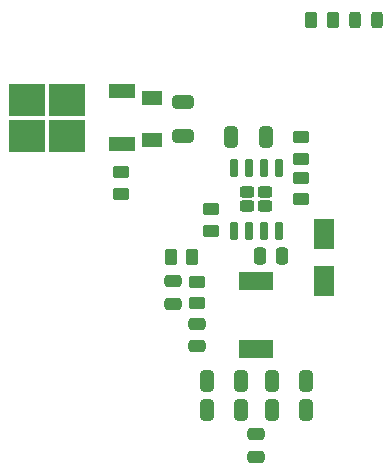
<source format=gtp>
%TF.GenerationSoftware,KiCad,Pcbnew,(6.0.5)*%
%TF.CreationDate,2025-05-25T15:44:49+02:00*%
%TF.ProjectId,HT1015A_Dev,48543130-3135-4415-9f44-65762e6b6963,rev?*%
%TF.SameCoordinates,Original*%
%TF.FileFunction,Paste,Top*%
%TF.FilePolarity,Positive*%
%FSLAX46Y46*%
G04 Gerber Fmt 4.6, Leading zero omitted, Abs format (unit mm)*
G04 Created by KiCad (PCBNEW (6.0.5)) date 2025-05-25 15:44:49*
%MOMM*%
%LPD*%
G01*
G04 APERTURE LIST*
G04 Aperture macros list*
%AMRoundRect*
0 Rectangle with rounded corners*
0 $1 Rounding radius*
0 $2 $3 $4 $5 $6 $7 $8 $9 X,Y pos of 4 corners*
0 Add a 4 corners polygon primitive as box body*
4,1,4,$2,$3,$4,$5,$6,$7,$8,$9,$2,$3,0*
0 Add four circle primitives for the rounded corners*
1,1,$1+$1,$2,$3*
1,1,$1+$1,$4,$5*
1,1,$1+$1,$6,$7*
1,1,$1+$1,$8,$9*
0 Add four rect primitives between the rounded corners*
20,1,$1+$1,$2,$3,$4,$5,0*
20,1,$1+$1,$4,$5,$6,$7,0*
20,1,$1+$1,$6,$7,$8,$9,0*
20,1,$1+$1,$8,$9,$2,$3,0*%
G04 Aperture macros list end*
%ADD10RoundRect,0.243750X-0.243750X-0.456250X0.243750X-0.456250X0.243750X0.456250X-0.243750X0.456250X0*%
%ADD11RoundRect,0.250000X0.325000X0.650000X-0.325000X0.650000X-0.325000X-0.650000X0.325000X-0.650000X0*%
%ADD12RoundRect,0.250000X-0.450000X0.262500X-0.450000X-0.262500X0.450000X-0.262500X0.450000X0.262500X0*%
%ADD13RoundRect,0.250000X-0.250000X-0.475000X0.250000X-0.475000X0.250000X0.475000X-0.250000X0.475000X0*%
%ADD14RoundRect,0.250000X-0.475000X0.250000X-0.475000X-0.250000X0.475000X-0.250000X0.475000X0.250000X0*%
%ADD15RoundRect,0.250000X-0.325000X-0.650000X0.325000X-0.650000X0.325000X0.650000X-0.325000X0.650000X0*%
%ADD16R,1.800000X2.500000*%
%ADD17RoundRect,0.250000X0.262500X0.450000X-0.262500X0.450000X-0.262500X-0.450000X0.262500X-0.450000X0*%
%ADD18RoundRect,0.250000X-0.262500X-0.450000X0.262500X-0.450000X0.262500X0.450000X-0.262500X0.450000X0*%
%ADD19R,3.000000X1.500000*%
%ADD20RoundRect,0.250000X0.650000X-0.325000X0.650000X0.325000X-0.650000X0.325000X-0.650000X-0.325000X0*%
%ADD21RoundRect,0.242500X-0.382500X0.242500X-0.382500X-0.242500X0.382500X-0.242500X0.382500X0.242500X0*%
%ADD22RoundRect,0.150000X-0.150000X0.650000X-0.150000X-0.650000X0.150000X-0.650000X0.150000X0.650000X0*%
%ADD23R,3.050000X2.750000*%
%ADD24R,2.200000X1.200000*%
%ADD25R,1.700000X1.300000*%
G04 APERTURE END LIST*
D10*
%TO.C,D3*%
X156812500Y-71800000D03*
X158687500Y-71800000D03*
%TD*%
D11*
%TO.C,C9*%
X152725000Y-104850000D03*
X149775000Y-104850000D03*
%TD*%
D12*
%TO.C,R6*%
X144650000Y-87837500D03*
X144650000Y-89662500D03*
%TD*%
D13*
%TO.C,C3*%
X148800000Y-91800000D03*
X150700000Y-91800000D03*
%TD*%
D14*
%TO.C,C5*%
X143500000Y-97550000D03*
X143500000Y-99450000D03*
%TD*%
D12*
%TO.C,R4*%
X143500000Y-93987500D03*
X143500000Y-95812500D03*
%TD*%
D15*
%TO.C,C8*%
X144275000Y-104850000D03*
X147225000Y-104850000D03*
%TD*%
D14*
%TO.C,C10*%
X148500000Y-106900000D03*
X148500000Y-108800000D03*
%TD*%
D12*
%TO.C,R1*%
X137050000Y-84687500D03*
X137050000Y-86512500D03*
%TD*%
D16*
%TO.C,D2*%
X154200000Y-93900000D03*
X154200000Y-89900000D03*
%TD*%
D12*
%TO.C,R2*%
X152300000Y-81737500D03*
X152300000Y-83562500D03*
%TD*%
%TO.C,R3*%
X152300000Y-85187500D03*
X152300000Y-87012500D03*
%TD*%
D15*
%TO.C,C1*%
X146325000Y-81700000D03*
X149275000Y-81700000D03*
%TD*%
%TO.C,C6*%
X144275000Y-102350000D03*
X147225000Y-102350000D03*
%TD*%
D17*
%TO.C,R5*%
X143062500Y-91850000D03*
X141237500Y-91850000D03*
%TD*%
D14*
%TO.C,C4*%
X141450000Y-93950000D03*
X141450000Y-95850000D03*
%TD*%
D18*
%TO.C,R7*%
X153150000Y-71800000D03*
X154975000Y-71800000D03*
%TD*%
D19*
%TO.C,L1*%
X148500000Y-93950000D03*
X148500000Y-99650000D03*
%TD*%
D20*
%TO.C,C2*%
X142300000Y-81675000D03*
X142300000Y-78725000D03*
%TD*%
D21*
%TO.C,U1*%
X147700000Y-87600000D03*
X149250000Y-86400000D03*
X147700000Y-86400000D03*
X149250000Y-87600000D03*
D22*
X150380000Y-84350000D03*
X149110000Y-84350000D03*
X147840000Y-84350000D03*
X146570000Y-84350000D03*
X146570000Y-89650000D03*
X147840000Y-89650000D03*
X149110000Y-89650000D03*
X150380000Y-89650000D03*
%TD*%
D23*
%TO.C,Q1*%
X132450000Y-78550000D03*
X129100000Y-78550000D03*
X132450000Y-81600000D03*
X129100000Y-81600000D03*
D24*
X137075000Y-82355000D03*
X137075000Y-77795000D03*
%TD*%
D11*
%TO.C,C7*%
X152725000Y-102350000D03*
X149775000Y-102350000D03*
%TD*%
D25*
%TO.C,D1*%
X139650000Y-78450000D03*
X139650000Y-81950000D03*
%TD*%
M02*

</source>
